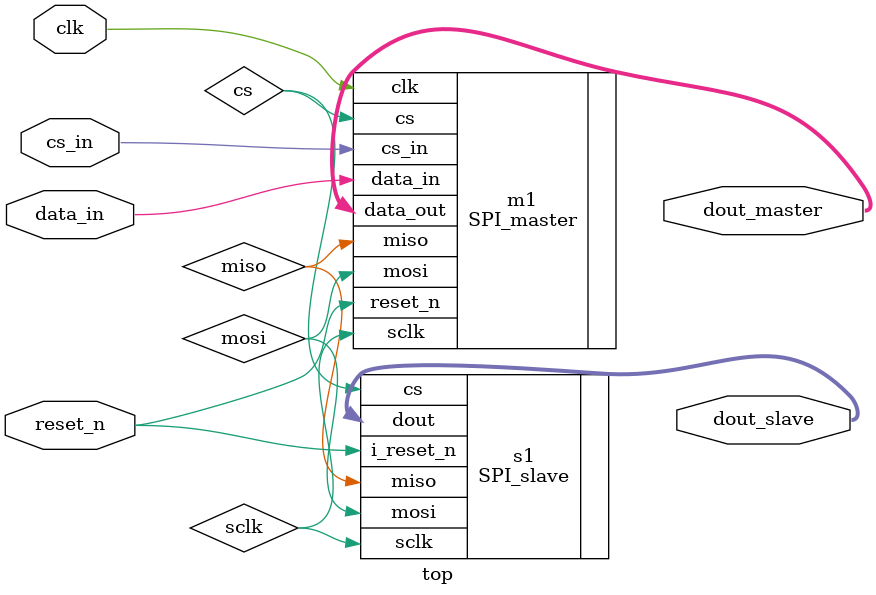
<source format=v>
`timescale 1ns / 1ps

module top( 
            input clk,
            input cs_in,
            input reset_n,
            input data_in,
            //input miso,
            output [7:0] dout_slave,
            output [7:0] dout_master
            );
                
wire sclk,mosi,cs,miso;


SPI_master m1(
            .clk(clk),
            .cs_in(cs_in),
            .reset_n(reset_n),
            .miso(miso),
            .sclk(sclk),
            .mosi(mosi),
            .cs(cs),
            .data_in(data_in),
            .data_out(dout_master)
            );
                
SPI_slave s1(
            .sclk(sclk),
            .mosi(mosi),
            .cs(cs),
            .i_reset_n(reset_n),
            .dout(dout_slave),
            .miso(miso) 
            );

endmodule


</source>
